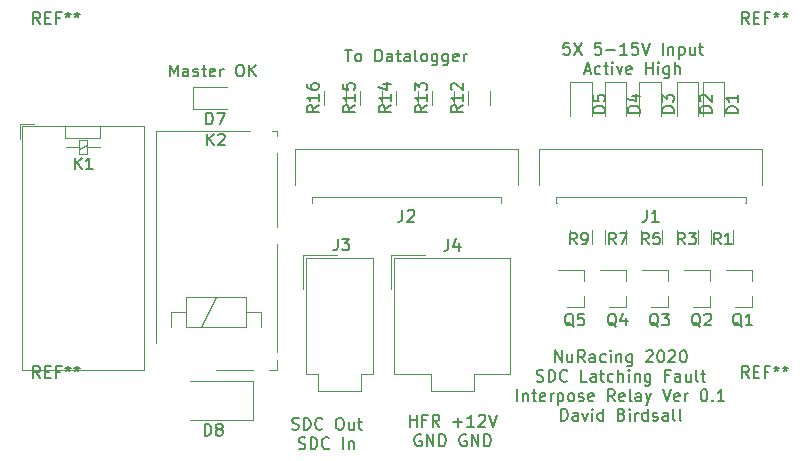
<source format=gbr>
G04 #@! TF.GenerationSoftware,KiCad,Pcbnew,(5.1.6)-1*
G04 #@! TF.CreationDate,2020-11-26T12:39:26+11:00*
G04 #@! TF.ProjectId,HardFault-Interpose-V0,48617264-4661-4756-9c74-2d496e746572,rev?*
G04 #@! TF.SameCoordinates,Original*
G04 #@! TF.FileFunction,Legend,Top*
G04 #@! TF.FilePolarity,Positive*
%FSLAX46Y46*%
G04 Gerber Fmt 4.6, Leading zero omitted, Abs format (unit mm)*
G04 Created by KiCad (PCBNEW (5.1.6)-1) date 2020-11-26 12:39:26*
%MOMM*%
%LPD*%
G01*
G04 APERTURE LIST*
%ADD10C,0.150000*%
%ADD11C,0.120000*%
G04 APERTURE END LIST*
D10*
X100330952Y-70064380D02*
X100330952Y-69064380D01*
X100664285Y-69778666D01*
X100997619Y-69064380D01*
X100997619Y-70064380D01*
X101902380Y-70064380D02*
X101902380Y-69540571D01*
X101854761Y-69445333D01*
X101759523Y-69397714D01*
X101569047Y-69397714D01*
X101473809Y-69445333D01*
X101902380Y-70016761D02*
X101807142Y-70064380D01*
X101569047Y-70064380D01*
X101473809Y-70016761D01*
X101426190Y-69921523D01*
X101426190Y-69826285D01*
X101473809Y-69731047D01*
X101569047Y-69683428D01*
X101807142Y-69683428D01*
X101902380Y-69635809D01*
X102330952Y-70016761D02*
X102426190Y-70064380D01*
X102616666Y-70064380D01*
X102711904Y-70016761D01*
X102759523Y-69921523D01*
X102759523Y-69873904D01*
X102711904Y-69778666D01*
X102616666Y-69731047D01*
X102473809Y-69731047D01*
X102378571Y-69683428D01*
X102330952Y-69588190D01*
X102330952Y-69540571D01*
X102378571Y-69445333D01*
X102473809Y-69397714D01*
X102616666Y-69397714D01*
X102711904Y-69445333D01*
X103045238Y-69397714D02*
X103426190Y-69397714D01*
X103188095Y-69064380D02*
X103188095Y-69921523D01*
X103235714Y-70016761D01*
X103330952Y-70064380D01*
X103426190Y-70064380D01*
X104140476Y-70016761D02*
X104045238Y-70064380D01*
X103854761Y-70064380D01*
X103759523Y-70016761D01*
X103711904Y-69921523D01*
X103711904Y-69540571D01*
X103759523Y-69445333D01*
X103854761Y-69397714D01*
X104045238Y-69397714D01*
X104140476Y-69445333D01*
X104188095Y-69540571D01*
X104188095Y-69635809D01*
X103711904Y-69731047D01*
X104616666Y-70064380D02*
X104616666Y-69397714D01*
X104616666Y-69588190D02*
X104664285Y-69492952D01*
X104711904Y-69445333D01*
X104807142Y-69397714D01*
X104902380Y-69397714D01*
X106188095Y-69064380D02*
X106378571Y-69064380D01*
X106473809Y-69112000D01*
X106569047Y-69207238D01*
X106616666Y-69397714D01*
X106616666Y-69731047D01*
X106569047Y-69921523D01*
X106473809Y-70016761D01*
X106378571Y-70064380D01*
X106188095Y-70064380D01*
X106092857Y-70016761D01*
X105997619Y-69921523D01*
X105950000Y-69731047D01*
X105950000Y-69397714D01*
X105997619Y-69207238D01*
X106092857Y-69112000D01*
X106188095Y-69064380D01*
X107045238Y-70064380D02*
X107045238Y-69064380D01*
X107616666Y-70064380D02*
X107188095Y-69492952D01*
X107616666Y-69064380D02*
X107045238Y-69635809D01*
X120674761Y-99719380D02*
X120674761Y-98719380D01*
X120674761Y-99195571D02*
X121246190Y-99195571D01*
X121246190Y-99719380D02*
X121246190Y-98719380D01*
X122055714Y-99195571D02*
X121722380Y-99195571D01*
X121722380Y-99719380D02*
X121722380Y-98719380D01*
X122198571Y-98719380D01*
X123150952Y-99719380D02*
X122817619Y-99243190D01*
X122579523Y-99719380D02*
X122579523Y-98719380D01*
X122960476Y-98719380D01*
X123055714Y-98767000D01*
X123103333Y-98814619D01*
X123150952Y-98909857D01*
X123150952Y-99052714D01*
X123103333Y-99147952D01*
X123055714Y-99195571D01*
X122960476Y-99243190D01*
X122579523Y-99243190D01*
X124341428Y-99338428D02*
X125103333Y-99338428D01*
X124722380Y-99719380D02*
X124722380Y-98957476D01*
X126103333Y-99719380D02*
X125531904Y-99719380D01*
X125817619Y-99719380D02*
X125817619Y-98719380D01*
X125722380Y-98862238D01*
X125627142Y-98957476D01*
X125531904Y-99005095D01*
X126484285Y-98814619D02*
X126531904Y-98767000D01*
X126627142Y-98719380D01*
X126865238Y-98719380D01*
X126960476Y-98767000D01*
X127008095Y-98814619D01*
X127055714Y-98909857D01*
X127055714Y-99005095D01*
X127008095Y-99147952D01*
X126436666Y-99719380D01*
X127055714Y-99719380D01*
X127341428Y-98719380D02*
X127674761Y-99719380D01*
X128008095Y-98719380D01*
X121603333Y-100417000D02*
X121508095Y-100369380D01*
X121365238Y-100369380D01*
X121222380Y-100417000D01*
X121127142Y-100512238D01*
X121079523Y-100607476D01*
X121031904Y-100797952D01*
X121031904Y-100940809D01*
X121079523Y-101131285D01*
X121127142Y-101226523D01*
X121222380Y-101321761D01*
X121365238Y-101369380D01*
X121460476Y-101369380D01*
X121603333Y-101321761D01*
X121650952Y-101274142D01*
X121650952Y-100940809D01*
X121460476Y-100940809D01*
X122079523Y-101369380D02*
X122079523Y-100369380D01*
X122650952Y-101369380D01*
X122650952Y-100369380D01*
X123127142Y-101369380D02*
X123127142Y-100369380D01*
X123365238Y-100369380D01*
X123508095Y-100417000D01*
X123603333Y-100512238D01*
X123650952Y-100607476D01*
X123698571Y-100797952D01*
X123698571Y-100940809D01*
X123650952Y-101131285D01*
X123603333Y-101226523D01*
X123508095Y-101321761D01*
X123365238Y-101369380D01*
X123127142Y-101369380D01*
X125412857Y-100417000D02*
X125317619Y-100369380D01*
X125174761Y-100369380D01*
X125031904Y-100417000D01*
X124936666Y-100512238D01*
X124889047Y-100607476D01*
X124841428Y-100797952D01*
X124841428Y-100940809D01*
X124889047Y-101131285D01*
X124936666Y-101226523D01*
X125031904Y-101321761D01*
X125174761Y-101369380D01*
X125270000Y-101369380D01*
X125412857Y-101321761D01*
X125460476Y-101274142D01*
X125460476Y-100940809D01*
X125270000Y-100940809D01*
X125889047Y-101369380D02*
X125889047Y-100369380D01*
X126460476Y-101369380D01*
X126460476Y-100369380D01*
X126936666Y-101369380D02*
X126936666Y-100369380D01*
X127174761Y-100369380D01*
X127317619Y-100417000D01*
X127412857Y-100512238D01*
X127460476Y-100607476D01*
X127508095Y-100797952D01*
X127508095Y-100940809D01*
X127460476Y-101131285D01*
X127412857Y-101226523D01*
X127317619Y-101321761D01*
X127174761Y-101369380D01*
X126936666Y-101369380D01*
X110673428Y-99925761D02*
X110816285Y-99973380D01*
X111054380Y-99973380D01*
X111149619Y-99925761D01*
X111197238Y-99878142D01*
X111244857Y-99782904D01*
X111244857Y-99687666D01*
X111197238Y-99592428D01*
X111149619Y-99544809D01*
X111054380Y-99497190D01*
X110863904Y-99449571D01*
X110768666Y-99401952D01*
X110721047Y-99354333D01*
X110673428Y-99259095D01*
X110673428Y-99163857D01*
X110721047Y-99068619D01*
X110768666Y-99021000D01*
X110863904Y-98973380D01*
X111102000Y-98973380D01*
X111244857Y-99021000D01*
X111673428Y-99973380D02*
X111673428Y-98973380D01*
X111911523Y-98973380D01*
X112054380Y-99021000D01*
X112149619Y-99116238D01*
X112197238Y-99211476D01*
X112244857Y-99401952D01*
X112244857Y-99544809D01*
X112197238Y-99735285D01*
X112149619Y-99830523D01*
X112054380Y-99925761D01*
X111911523Y-99973380D01*
X111673428Y-99973380D01*
X113244857Y-99878142D02*
X113197238Y-99925761D01*
X113054380Y-99973380D01*
X112959142Y-99973380D01*
X112816285Y-99925761D01*
X112721047Y-99830523D01*
X112673428Y-99735285D01*
X112625809Y-99544809D01*
X112625809Y-99401952D01*
X112673428Y-99211476D01*
X112721047Y-99116238D01*
X112816285Y-99021000D01*
X112959142Y-98973380D01*
X113054380Y-98973380D01*
X113197238Y-99021000D01*
X113244857Y-99068619D01*
X114625809Y-98973380D02*
X114816285Y-98973380D01*
X114911523Y-99021000D01*
X115006761Y-99116238D01*
X115054380Y-99306714D01*
X115054380Y-99640047D01*
X115006761Y-99830523D01*
X114911523Y-99925761D01*
X114816285Y-99973380D01*
X114625809Y-99973380D01*
X114530571Y-99925761D01*
X114435333Y-99830523D01*
X114387714Y-99640047D01*
X114387714Y-99306714D01*
X114435333Y-99116238D01*
X114530571Y-99021000D01*
X114625809Y-98973380D01*
X115911523Y-99306714D02*
X115911523Y-99973380D01*
X115482952Y-99306714D02*
X115482952Y-99830523D01*
X115530571Y-99925761D01*
X115625809Y-99973380D01*
X115768666Y-99973380D01*
X115863904Y-99925761D01*
X115911523Y-99878142D01*
X116244857Y-99306714D02*
X116625809Y-99306714D01*
X116387714Y-98973380D02*
X116387714Y-99830523D01*
X116435333Y-99925761D01*
X116530571Y-99973380D01*
X116625809Y-99973380D01*
X111244857Y-101575761D02*
X111387714Y-101623380D01*
X111625809Y-101623380D01*
X111721047Y-101575761D01*
X111768666Y-101528142D01*
X111816285Y-101432904D01*
X111816285Y-101337666D01*
X111768666Y-101242428D01*
X111721047Y-101194809D01*
X111625809Y-101147190D01*
X111435333Y-101099571D01*
X111340095Y-101051952D01*
X111292476Y-101004333D01*
X111244857Y-100909095D01*
X111244857Y-100813857D01*
X111292476Y-100718619D01*
X111340095Y-100671000D01*
X111435333Y-100623380D01*
X111673428Y-100623380D01*
X111816285Y-100671000D01*
X112244857Y-101623380D02*
X112244857Y-100623380D01*
X112482952Y-100623380D01*
X112625809Y-100671000D01*
X112721047Y-100766238D01*
X112768666Y-100861476D01*
X112816285Y-101051952D01*
X112816285Y-101194809D01*
X112768666Y-101385285D01*
X112721047Y-101480523D01*
X112625809Y-101575761D01*
X112482952Y-101623380D01*
X112244857Y-101623380D01*
X113816285Y-101528142D02*
X113768666Y-101575761D01*
X113625809Y-101623380D01*
X113530571Y-101623380D01*
X113387714Y-101575761D01*
X113292476Y-101480523D01*
X113244857Y-101385285D01*
X113197238Y-101194809D01*
X113197238Y-101051952D01*
X113244857Y-100861476D01*
X113292476Y-100766238D01*
X113387714Y-100671000D01*
X113530571Y-100623380D01*
X113625809Y-100623380D01*
X113768666Y-100671000D01*
X113816285Y-100718619D01*
X115006761Y-101623380D02*
X115006761Y-100623380D01*
X115482952Y-100956714D02*
X115482952Y-101623380D01*
X115482952Y-101051952D02*
X115530571Y-101004333D01*
X115625809Y-100956714D01*
X115768666Y-100956714D01*
X115863904Y-101004333D01*
X115911523Y-101099571D01*
X115911523Y-101623380D01*
X134152857Y-67223380D02*
X133676666Y-67223380D01*
X133629047Y-67699571D01*
X133676666Y-67651952D01*
X133771904Y-67604333D01*
X134010000Y-67604333D01*
X134105238Y-67651952D01*
X134152857Y-67699571D01*
X134200476Y-67794809D01*
X134200476Y-68032904D01*
X134152857Y-68128142D01*
X134105238Y-68175761D01*
X134010000Y-68223380D01*
X133771904Y-68223380D01*
X133676666Y-68175761D01*
X133629047Y-68128142D01*
X134533809Y-67223380D02*
X135200476Y-68223380D01*
X135200476Y-67223380D02*
X134533809Y-68223380D01*
X136819523Y-67223380D02*
X136343333Y-67223380D01*
X136295714Y-67699571D01*
X136343333Y-67651952D01*
X136438571Y-67604333D01*
X136676666Y-67604333D01*
X136771904Y-67651952D01*
X136819523Y-67699571D01*
X136867142Y-67794809D01*
X136867142Y-68032904D01*
X136819523Y-68128142D01*
X136771904Y-68175761D01*
X136676666Y-68223380D01*
X136438571Y-68223380D01*
X136343333Y-68175761D01*
X136295714Y-68128142D01*
X137295714Y-67842428D02*
X138057619Y-67842428D01*
X139057619Y-68223380D02*
X138486190Y-68223380D01*
X138771904Y-68223380D02*
X138771904Y-67223380D01*
X138676666Y-67366238D01*
X138581428Y-67461476D01*
X138486190Y-67509095D01*
X139962380Y-67223380D02*
X139486190Y-67223380D01*
X139438571Y-67699571D01*
X139486190Y-67651952D01*
X139581428Y-67604333D01*
X139819523Y-67604333D01*
X139914761Y-67651952D01*
X139962380Y-67699571D01*
X140010000Y-67794809D01*
X140010000Y-68032904D01*
X139962380Y-68128142D01*
X139914761Y-68175761D01*
X139819523Y-68223380D01*
X139581428Y-68223380D01*
X139486190Y-68175761D01*
X139438571Y-68128142D01*
X140295714Y-67223380D02*
X140629047Y-68223380D01*
X140962380Y-67223380D01*
X142057619Y-68223380D02*
X142057619Y-67223380D01*
X142533809Y-67556714D02*
X142533809Y-68223380D01*
X142533809Y-67651952D02*
X142581428Y-67604333D01*
X142676666Y-67556714D01*
X142819523Y-67556714D01*
X142914761Y-67604333D01*
X142962380Y-67699571D01*
X142962380Y-68223380D01*
X143438571Y-67556714D02*
X143438571Y-68556714D01*
X143438571Y-67604333D02*
X143533809Y-67556714D01*
X143724285Y-67556714D01*
X143819523Y-67604333D01*
X143867142Y-67651952D01*
X143914761Y-67747190D01*
X143914761Y-68032904D01*
X143867142Y-68128142D01*
X143819523Y-68175761D01*
X143724285Y-68223380D01*
X143533809Y-68223380D01*
X143438571Y-68175761D01*
X144771904Y-67556714D02*
X144771904Y-68223380D01*
X144343333Y-67556714D02*
X144343333Y-68080523D01*
X144390952Y-68175761D01*
X144486190Y-68223380D01*
X144629047Y-68223380D01*
X144724285Y-68175761D01*
X144771904Y-68128142D01*
X145105238Y-67556714D02*
X145486190Y-67556714D01*
X145248095Y-67223380D02*
X145248095Y-68080523D01*
X145295714Y-68175761D01*
X145390952Y-68223380D01*
X145486190Y-68223380D01*
X135462380Y-69587666D02*
X135938571Y-69587666D01*
X135367142Y-69873380D02*
X135700476Y-68873380D01*
X136033809Y-69873380D01*
X136795714Y-69825761D02*
X136700476Y-69873380D01*
X136510000Y-69873380D01*
X136414761Y-69825761D01*
X136367142Y-69778142D01*
X136319523Y-69682904D01*
X136319523Y-69397190D01*
X136367142Y-69301952D01*
X136414761Y-69254333D01*
X136510000Y-69206714D01*
X136700476Y-69206714D01*
X136795714Y-69254333D01*
X137081428Y-69206714D02*
X137462380Y-69206714D01*
X137224285Y-68873380D02*
X137224285Y-69730523D01*
X137271904Y-69825761D01*
X137367142Y-69873380D01*
X137462380Y-69873380D01*
X137795714Y-69873380D02*
X137795714Y-69206714D01*
X137795714Y-68873380D02*
X137748095Y-68921000D01*
X137795714Y-68968619D01*
X137843333Y-68921000D01*
X137795714Y-68873380D01*
X137795714Y-68968619D01*
X138176666Y-69206714D02*
X138414761Y-69873380D01*
X138652857Y-69206714D01*
X139414761Y-69825761D02*
X139319523Y-69873380D01*
X139129047Y-69873380D01*
X139033809Y-69825761D01*
X138986190Y-69730523D01*
X138986190Y-69349571D01*
X139033809Y-69254333D01*
X139129047Y-69206714D01*
X139319523Y-69206714D01*
X139414761Y-69254333D01*
X139462380Y-69349571D01*
X139462380Y-69444809D01*
X138986190Y-69540047D01*
X140652857Y-69873380D02*
X140652857Y-68873380D01*
X140652857Y-69349571D02*
X141224285Y-69349571D01*
X141224285Y-69873380D02*
X141224285Y-68873380D01*
X141700476Y-69873380D02*
X141700476Y-69206714D01*
X141700476Y-68873380D02*
X141652857Y-68921000D01*
X141700476Y-68968619D01*
X141748095Y-68921000D01*
X141700476Y-68873380D01*
X141700476Y-68968619D01*
X142605238Y-69206714D02*
X142605238Y-70016238D01*
X142557619Y-70111476D01*
X142510000Y-70159095D01*
X142414761Y-70206714D01*
X142271904Y-70206714D01*
X142176666Y-70159095D01*
X142605238Y-69825761D02*
X142510000Y-69873380D01*
X142319523Y-69873380D01*
X142224285Y-69825761D01*
X142176666Y-69778142D01*
X142129047Y-69682904D01*
X142129047Y-69397190D01*
X142176666Y-69301952D01*
X142224285Y-69254333D01*
X142319523Y-69206714D01*
X142510000Y-69206714D01*
X142605238Y-69254333D01*
X143081428Y-69873380D02*
X143081428Y-68873380D01*
X143510000Y-69873380D02*
X143510000Y-69349571D01*
X143462380Y-69254333D01*
X143367142Y-69206714D01*
X143224285Y-69206714D01*
X143129047Y-69254333D01*
X143081428Y-69301952D01*
X115166380Y-67794380D02*
X115737809Y-67794380D01*
X115452095Y-68794380D02*
X115452095Y-67794380D01*
X116214000Y-68794380D02*
X116118761Y-68746761D01*
X116071142Y-68699142D01*
X116023523Y-68603904D01*
X116023523Y-68318190D01*
X116071142Y-68222952D01*
X116118761Y-68175333D01*
X116214000Y-68127714D01*
X116356857Y-68127714D01*
X116452095Y-68175333D01*
X116499714Y-68222952D01*
X116547333Y-68318190D01*
X116547333Y-68603904D01*
X116499714Y-68699142D01*
X116452095Y-68746761D01*
X116356857Y-68794380D01*
X116214000Y-68794380D01*
X117737809Y-68794380D02*
X117737809Y-67794380D01*
X117975904Y-67794380D01*
X118118761Y-67842000D01*
X118214000Y-67937238D01*
X118261619Y-68032476D01*
X118309238Y-68222952D01*
X118309238Y-68365809D01*
X118261619Y-68556285D01*
X118214000Y-68651523D01*
X118118761Y-68746761D01*
X117975904Y-68794380D01*
X117737809Y-68794380D01*
X119166380Y-68794380D02*
X119166380Y-68270571D01*
X119118761Y-68175333D01*
X119023523Y-68127714D01*
X118833047Y-68127714D01*
X118737809Y-68175333D01*
X119166380Y-68746761D02*
X119071142Y-68794380D01*
X118833047Y-68794380D01*
X118737809Y-68746761D01*
X118690190Y-68651523D01*
X118690190Y-68556285D01*
X118737809Y-68461047D01*
X118833047Y-68413428D01*
X119071142Y-68413428D01*
X119166380Y-68365809D01*
X119499714Y-68127714D02*
X119880666Y-68127714D01*
X119642571Y-67794380D02*
X119642571Y-68651523D01*
X119690190Y-68746761D01*
X119785428Y-68794380D01*
X119880666Y-68794380D01*
X120642571Y-68794380D02*
X120642571Y-68270571D01*
X120594952Y-68175333D01*
X120499714Y-68127714D01*
X120309238Y-68127714D01*
X120214000Y-68175333D01*
X120642571Y-68746761D02*
X120547333Y-68794380D01*
X120309238Y-68794380D01*
X120214000Y-68746761D01*
X120166380Y-68651523D01*
X120166380Y-68556285D01*
X120214000Y-68461047D01*
X120309238Y-68413428D01*
X120547333Y-68413428D01*
X120642571Y-68365809D01*
X121261619Y-68794380D02*
X121166380Y-68746761D01*
X121118761Y-68651523D01*
X121118761Y-67794380D01*
X121785428Y-68794380D02*
X121690190Y-68746761D01*
X121642571Y-68699142D01*
X121594952Y-68603904D01*
X121594952Y-68318190D01*
X121642571Y-68222952D01*
X121690190Y-68175333D01*
X121785428Y-68127714D01*
X121928285Y-68127714D01*
X122023523Y-68175333D01*
X122071142Y-68222952D01*
X122118761Y-68318190D01*
X122118761Y-68603904D01*
X122071142Y-68699142D01*
X122023523Y-68746761D01*
X121928285Y-68794380D01*
X121785428Y-68794380D01*
X122975904Y-68127714D02*
X122975904Y-68937238D01*
X122928285Y-69032476D01*
X122880666Y-69080095D01*
X122785428Y-69127714D01*
X122642571Y-69127714D01*
X122547333Y-69080095D01*
X122975904Y-68746761D02*
X122880666Y-68794380D01*
X122690190Y-68794380D01*
X122594952Y-68746761D01*
X122547333Y-68699142D01*
X122499714Y-68603904D01*
X122499714Y-68318190D01*
X122547333Y-68222952D01*
X122594952Y-68175333D01*
X122690190Y-68127714D01*
X122880666Y-68127714D01*
X122975904Y-68175333D01*
X123880666Y-68127714D02*
X123880666Y-68937238D01*
X123833047Y-69032476D01*
X123785428Y-69080095D01*
X123690190Y-69127714D01*
X123547333Y-69127714D01*
X123452095Y-69080095D01*
X123880666Y-68746761D02*
X123785428Y-68794380D01*
X123594952Y-68794380D01*
X123499714Y-68746761D01*
X123452095Y-68699142D01*
X123404476Y-68603904D01*
X123404476Y-68318190D01*
X123452095Y-68222952D01*
X123499714Y-68175333D01*
X123594952Y-68127714D01*
X123785428Y-68127714D01*
X123880666Y-68175333D01*
X124737809Y-68746761D02*
X124642571Y-68794380D01*
X124452095Y-68794380D01*
X124356857Y-68746761D01*
X124309238Y-68651523D01*
X124309238Y-68270571D01*
X124356857Y-68175333D01*
X124452095Y-68127714D01*
X124642571Y-68127714D01*
X124737809Y-68175333D01*
X124785428Y-68270571D01*
X124785428Y-68365809D01*
X124309238Y-68461047D01*
X125214000Y-68794380D02*
X125214000Y-68127714D01*
X125214000Y-68318190D02*
X125261619Y-68222952D01*
X125309238Y-68175333D01*
X125404476Y-68127714D01*
X125499714Y-68127714D01*
X132946380Y-94259380D02*
X132946380Y-93259380D01*
X133517809Y-94259380D01*
X133517809Y-93259380D01*
X134422571Y-93592714D02*
X134422571Y-94259380D01*
X133994000Y-93592714D02*
X133994000Y-94116523D01*
X134041619Y-94211761D01*
X134136857Y-94259380D01*
X134279714Y-94259380D01*
X134374952Y-94211761D01*
X134422571Y-94164142D01*
X135470190Y-94259380D02*
X135136857Y-93783190D01*
X134898761Y-94259380D02*
X134898761Y-93259380D01*
X135279714Y-93259380D01*
X135374952Y-93307000D01*
X135422571Y-93354619D01*
X135470190Y-93449857D01*
X135470190Y-93592714D01*
X135422571Y-93687952D01*
X135374952Y-93735571D01*
X135279714Y-93783190D01*
X134898761Y-93783190D01*
X136327333Y-94259380D02*
X136327333Y-93735571D01*
X136279714Y-93640333D01*
X136184476Y-93592714D01*
X135994000Y-93592714D01*
X135898761Y-93640333D01*
X136327333Y-94211761D02*
X136232095Y-94259380D01*
X135994000Y-94259380D01*
X135898761Y-94211761D01*
X135851142Y-94116523D01*
X135851142Y-94021285D01*
X135898761Y-93926047D01*
X135994000Y-93878428D01*
X136232095Y-93878428D01*
X136327333Y-93830809D01*
X137232095Y-94211761D02*
X137136857Y-94259380D01*
X136946380Y-94259380D01*
X136851142Y-94211761D01*
X136803523Y-94164142D01*
X136755904Y-94068904D01*
X136755904Y-93783190D01*
X136803523Y-93687952D01*
X136851142Y-93640333D01*
X136946380Y-93592714D01*
X137136857Y-93592714D01*
X137232095Y-93640333D01*
X137660666Y-94259380D02*
X137660666Y-93592714D01*
X137660666Y-93259380D02*
X137613047Y-93307000D01*
X137660666Y-93354619D01*
X137708285Y-93307000D01*
X137660666Y-93259380D01*
X137660666Y-93354619D01*
X138136857Y-93592714D02*
X138136857Y-94259380D01*
X138136857Y-93687952D02*
X138184476Y-93640333D01*
X138279714Y-93592714D01*
X138422571Y-93592714D01*
X138517809Y-93640333D01*
X138565428Y-93735571D01*
X138565428Y-94259380D01*
X139470190Y-93592714D02*
X139470190Y-94402238D01*
X139422571Y-94497476D01*
X139374952Y-94545095D01*
X139279714Y-94592714D01*
X139136857Y-94592714D01*
X139041619Y-94545095D01*
X139470190Y-94211761D02*
X139374952Y-94259380D01*
X139184476Y-94259380D01*
X139089238Y-94211761D01*
X139041619Y-94164142D01*
X138994000Y-94068904D01*
X138994000Y-93783190D01*
X139041619Y-93687952D01*
X139089238Y-93640333D01*
X139184476Y-93592714D01*
X139374952Y-93592714D01*
X139470190Y-93640333D01*
X140660666Y-93354619D02*
X140708285Y-93307000D01*
X140803523Y-93259380D01*
X141041619Y-93259380D01*
X141136857Y-93307000D01*
X141184476Y-93354619D01*
X141232095Y-93449857D01*
X141232095Y-93545095D01*
X141184476Y-93687952D01*
X140613047Y-94259380D01*
X141232095Y-94259380D01*
X141851142Y-93259380D02*
X141946380Y-93259380D01*
X142041619Y-93307000D01*
X142089238Y-93354619D01*
X142136857Y-93449857D01*
X142184476Y-93640333D01*
X142184476Y-93878428D01*
X142136857Y-94068904D01*
X142089238Y-94164142D01*
X142041619Y-94211761D01*
X141946380Y-94259380D01*
X141851142Y-94259380D01*
X141755904Y-94211761D01*
X141708285Y-94164142D01*
X141660666Y-94068904D01*
X141613047Y-93878428D01*
X141613047Y-93640333D01*
X141660666Y-93449857D01*
X141708285Y-93354619D01*
X141755904Y-93307000D01*
X141851142Y-93259380D01*
X142565428Y-93354619D02*
X142613047Y-93307000D01*
X142708285Y-93259380D01*
X142946380Y-93259380D01*
X143041619Y-93307000D01*
X143089238Y-93354619D01*
X143136857Y-93449857D01*
X143136857Y-93545095D01*
X143089238Y-93687952D01*
X142517809Y-94259380D01*
X143136857Y-94259380D01*
X143755904Y-93259380D02*
X143851142Y-93259380D01*
X143946380Y-93307000D01*
X143994000Y-93354619D01*
X144041619Y-93449857D01*
X144089238Y-93640333D01*
X144089238Y-93878428D01*
X144041619Y-94068904D01*
X143994000Y-94164142D01*
X143946380Y-94211761D01*
X143851142Y-94259380D01*
X143755904Y-94259380D01*
X143660666Y-94211761D01*
X143613047Y-94164142D01*
X143565428Y-94068904D01*
X143517809Y-93878428D01*
X143517809Y-93640333D01*
X143565428Y-93449857D01*
X143613047Y-93354619D01*
X143660666Y-93307000D01*
X143755904Y-93259380D01*
X131398761Y-95861761D02*
X131541619Y-95909380D01*
X131779714Y-95909380D01*
X131874952Y-95861761D01*
X131922571Y-95814142D01*
X131970190Y-95718904D01*
X131970190Y-95623666D01*
X131922571Y-95528428D01*
X131874952Y-95480809D01*
X131779714Y-95433190D01*
X131589238Y-95385571D01*
X131494000Y-95337952D01*
X131446380Y-95290333D01*
X131398761Y-95195095D01*
X131398761Y-95099857D01*
X131446380Y-95004619D01*
X131494000Y-94957000D01*
X131589238Y-94909380D01*
X131827333Y-94909380D01*
X131970190Y-94957000D01*
X132398761Y-95909380D02*
X132398761Y-94909380D01*
X132636857Y-94909380D01*
X132779714Y-94957000D01*
X132874952Y-95052238D01*
X132922571Y-95147476D01*
X132970190Y-95337952D01*
X132970190Y-95480809D01*
X132922571Y-95671285D01*
X132874952Y-95766523D01*
X132779714Y-95861761D01*
X132636857Y-95909380D01*
X132398761Y-95909380D01*
X133970190Y-95814142D02*
X133922571Y-95861761D01*
X133779714Y-95909380D01*
X133684476Y-95909380D01*
X133541619Y-95861761D01*
X133446380Y-95766523D01*
X133398761Y-95671285D01*
X133351142Y-95480809D01*
X133351142Y-95337952D01*
X133398761Y-95147476D01*
X133446380Y-95052238D01*
X133541619Y-94957000D01*
X133684476Y-94909380D01*
X133779714Y-94909380D01*
X133922571Y-94957000D01*
X133970190Y-95004619D01*
X135636857Y-95909380D02*
X135160666Y-95909380D01*
X135160666Y-94909380D01*
X136398761Y-95909380D02*
X136398761Y-95385571D01*
X136351142Y-95290333D01*
X136255904Y-95242714D01*
X136065428Y-95242714D01*
X135970190Y-95290333D01*
X136398761Y-95861761D02*
X136303523Y-95909380D01*
X136065428Y-95909380D01*
X135970190Y-95861761D01*
X135922571Y-95766523D01*
X135922571Y-95671285D01*
X135970190Y-95576047D01*
X136065428Y-95528428D01*
X136303523Y-95528428D01*
X136398761Y-95480809D01*
X136732095Y-95242714D02*
X137113047Y-95242714D01*
X136874952Y-94909380D02*
X136874952Y-95766523D01*
X136922571Y-95861761D01*
X137017809Y-95909380D01*
X137113047Y-95909380D01*
X137874952Y-95861761D02*
X137779714Y-95909380D01*
X137589238Y-95909380D01*
X137494000Y-95861761D01*
X137446380Y-95814142D01*
X137398761Y-95718904D01*
X137398761Y-95433190D01*
X137446380Y-95337952D01*
X137494000Y-95290333D01*
X137589238Y-95242714D01*
X137779714Y-95242714D01*
X137874952Y-95290333D01*
X138303523Y-95909380D02*
X138303523Y-94909380D01*
X138732095Y-95909380D02*
X138732095Y-95385571D01*
X138684476Y-95290333D01*
X138589238Y-95242714D01*
X138446380Y-95242714D01*
X138351142Y-95290333D01*
X138303523Y-95337952D01*
X139208285Y-95909380D02*
X139208285Y-95242714D01*
X139208285Y-94909380D02*
X139160666Y-94957000D01*
X139208285Y-95004619D01*
X139255904Y-94957000D01*
X139208285Y-94909380D01*
X139208285Y-95004619D01*
X139684476Y-95242714D02*
X139684476Y-95909380D01*
X139684476Y-95337952D02*
X139732095Y-95290333D01*
X139827333Y-95242714D01*
X139970190Y-95242714D01*
X140065428Y-95290333D01*
X140113047Y-95385571D01*
X140113047Y-95909380D01*
X141017809Y-95242714D02*
X141017809Y-96052238D01*
X140970190Y-96147476D01*
X140922571Y-96195095D01*
X140827333Y-96242714D01*
X140684476Y-96242714D01*
X140589238Y-96195095D01*
X141017809Y-95861761D02*
X140922571Y-95909380D01*
X140732095Y-95909380D01*
X140636857Y-95861761D01*
X140589238Y-95814142D01*
X140541619Y-95718904D01*
X140541619Y-95433190D01*
X140589238Y-95337952D01*
X140636857Y-95290333D01*
X140732095Y-95242714D01*
X140922571Y-95242714D01*
X141017809Y-95290333D01*
X142589238Y-95385571D02*
X142255904Y-95385571D01*
X142255904Y-95909380D02*
X142255904Y-94909380D01*
X142732095Y-94909380D01*
X143541619Y-95909380D02*
X143541619Y-95385571D01*
X143494000Y-95290333D01*
X143398761Y-95242714D01*
X143208285Y-95242714D01*
X143113047Y-95290333D01*
X143541619Y-95861761D02*
X143446380Y-95909380D01*
X143208285Y-95909380D01*
X143113047Y-95861761D01*
X143065428Y-95766523D01*
X143065428Y-95671285D01*
X143113047Y-95576047D01*
X143208285Y-95528428D01*
X143446380Y-95528428D01*
X143541619Y-95480809D01*
X144446380Y-95242714D02*
X144446380Y-95909380D01*
X144017809Y-95242714D02*
X144017809Y-95766523D01*
X144065428Y-95861761D01*
X144160666Y-95909380D01*
X144303523Y-95909380D01*
X144398761Y-95861761D01*
X144446380Y-95814142D01*
X145065428Y-95909380D02*
X144970190Y-95861761D01*
X144922571Y-95766523D01*
X144922571Y-94909380D01*
X145303523Y-95242714D02*
X145684476Y-95242714D01*
X145446380Y-94909380D02*
X145446380Y-95766523D01*
X145494000Y-95861761D01*
X145589238Y-95909380D01*
X145684476Y-95909380D01*
X129755904Y-97559380D02*
X129755904Y-96559380D01*
X130232095Y-96892714D02*
X130232095Y-97559380D01*
X130232095Y-96987952D02*
X130279714Y-96940333D01*
X130374952Y-96892714D01*
X130517809Y-96892714D01*
X130613047Y-96940333D01*
X130660666Y-97035571D01*
X130660666Y-97559380D01*
X130994000Y-96892714D02*
X131374952Y-96892714D01*
X131136857Y-96559380D02*
X131136857Y-97416523D01*
X131184476Y-97511761D01*
X131279714Y-97559380D01*
X131374952Y-97559380D01*
X132089238Y-97511761D02*
X131994000Y-97559380D01*
X131803523Y-97559380D01*
X131708285Y-97511761D01*
X131660666Y-97416523D01*
X131660666Y-97035571D01*
X131708285Y-96940333D01*
X131803523Y-96892714D01*
X131994000Y-96892714D01*
X132089238Y-96940333D01*
X132136857Y-97035571D01*
X132136857Y-97130809D01*
X131660666Y-97226047D01*
X132565428Y-97559380D02*
X132565428Y-96892714D01*
X132565428Y-97083190D02*
X132613047Y-96987952D01*
X132660666Y-96940333D01*
X132755904Y-96892714D01*
X132851142Y-96892714D01*
X133184476Y-96892714D02*
X133184476Y-97892714D01*
X133184476Y-96940333D02*
X133279714Y-96892714D01*
X133470190Y-96892714D01*
X133565428Y-96940333D01*
X133613047Y-96987952D01*
X133660666Y-97083190D01*
X133660666Y-97368904D01*
X133613047Y-97464142D01*
X133565428Y-97511761D01*
X133470190Y-97559380D01*
X133279714Y-97559380D01*
X133184476Y-97511761D01*
X134232095Y-97559380D02*
X134136857Y-97511761D01*
X134089238Y-97464142D01*
X134041619Y-97368904D01*
X134041619Y-97083190D01*
X134089238Y-96987952D01*
X134136857Y-96940333D01*
X134232095Y-96892714D01*
X134374952Y-96892714D01*
X134470190Y-96940333D01*
X134517809Y-96987952D01*
X134565428Y-97083190D01*
X134565428Y-97368904D01*
X134517809Y-97464142D01*
X134470190Y-97511761D01*
X134374952Y-97559380D01*
X134232095Y-97559380D01*
X134946380Y-97511761D02*
X135041619Y-97559380D01*
X135232095Y-97559380D01*
X135327333Y-97511761D01*
X135374952Y-97416523D01*
X135374952Y-97368904D01*
X135327333Y-97273666D01*
X135232095Y-97226047D01*
X135089238Y-97226047D01*
X134994000Y-97178428D01*
X134946380Y-97083190D01*
X134946380Y-97035571D01*
X134994000Y-96940333D01*
X135089238Y-96892714D01*
X135232095Y-96892714D01*
X135327333Y-96940333D01*
X136184476Y-97511761D02*
X136089238Y-97559380D01*
X135898761Y-97559380D01*
X135803523Y-97511761D01*
X135755904Y-97416523D01*
X135755904Y-97035571D01*
X135803523Y-96940333D01*
X135898761Y-96892714D01*
X136089238Y-96892714D01*
X136184476Y-96940333D01*
X136232095Y-97035571D01*
X136232095Y-97130809D01*
X135755904Y-97226047D01*
X137994000Y-97559380D02*
X137660666Y-97083190D01*
X137422571Y-97559380D02*
X137422571Y-96559380D01*
X137803523Y-96559380D01*
X137898761Y-96607000D01*
X137946380Y-96654619D01*
X137994000Y-96749857D01*
X137994000Y-96892714D01*
X137946380Y-96987952D01*
X137898761Y-97035571D01*
X137803523Y-97083190D01*
X137422571Y-97083190D01*
X138803523Y-97511761D02*
X138708285Y-97559380D01*
X138517809Y-97559380D01*
X138422571Y-97511761D01*
X138374952Y-97416523D01*
X138374952Y-97035571D01*
X138422571Y-96940333D01*
X138517809Y-96892714D01*
X138708285Y-96892714D01*
X138803523Y-96940333D01*
X138851142Y-97035571D01*
X138851142Y-97130809D01*
X138374952Y-97226047D01*
X139422571Y-97559380D02*
X139327333Y-97511761D01*
X139279714Y-97416523D01*
X139279714Y-96559380D01*
X140232095Y-97559380D02*
X140232095Y-97035571D01*
X140184476Y-96940333D01*
X140089238Y-96892714D01*
X139898761Y-96892714D01*
X139803523Y-96940333D01*
X140232095Y-97511761D02*
X140136857Y-97559380D01*
X139898761Y-97559380D01*
X139803523Y-97511761D01*
X139755904Y-97416523D01*
X139755904Y-97321285D01*
X139803523Y-97226047D01*
X139898761Y-97178428D01*
X140136857Y-97178428D01*
X140232095Y-97130809D01*
X140613047Y-96892714D02*
X140851142Y-97559380D01*
X141089238Y-96892714D02*
X140851142Y-97559380D01*
X140755904Y-97797476D01*
X140708285Y-97845095D01*
X140613047Y-97892714D01*
X142089238Y-96559380D02*
X142422571Y-97559380D01*
X142755904Y-96559380D01*
X143470190Y-97511761D02*
X143374952Y-97559380D01*
X143184476Y-97559380D01*
X143089238Y-97511761D01*
X143041619Y-97416523D01*
X143041619Y-97035571D01*
X143089238Y-96940333D01*
X143184476Y-96892714D01*
X143374952Y-96892714D01*
X143470190Y-96940333D01*
X143517809Y-97035571D01*
X143517809Y-97130809D01*
X143041619Y-97226047D01*
X143946380Y-97559380D02*
X143946380Y-96892714D01*
X143946380Y-97083190D02*
X143994000Y-96987952D01*
X144041619Y-96940333D01*
X144136857Y-96892714D01*
X144232095Y-96892714D01*
X145517809Y-96559380D02*
X145613047Y-96559380D01*
X145708285Y-96607000D01*
X145755904Y-96654619D01*
X145803523Y-96749857D01*
X145851142Y-96940333D01*
X145851142Y-97178428D01*
X145803523Y-97368904D01*
X145755904Y-97464142D01*
X145708285Y-97511761D01*
X145613047Y-97559380D01*
X145517809Y-97559380D01*
X145422571Y-97511761D01*
X145374952Y-97464142D01*
X145327333Y-97368904D01*
X145279714Y-97178428D01*
X145279714Y-96940333D01*
X145327333Y-96749857D01*
X145374952Y-96654619D01*
X145422571Y-96607000D01*
X145517809Y-96559380D01*
X146279714Y-97464142D02*
X146327333Y-97511761D01*
X146279714Y-97559380D01*
X146232095Y-97511761D01*
X146279714Y-97464142D01*
X146279714Y-97559380D01*
X147279714Y-97559380D02*
X146708285Y-97559380D01*
X146994000Y-97559380D02*
X146994000Y-96559380D01*
X146898761Y-96702238D01*
X146803523Y-96797476D01*
X146708285Y-96845095D01*
X133446380Y-99209380D02*
X133446380Y-98209380D01*
X133684476Y-98209380D01*
X133827333Y-98257000D01*
X133922571Y-98352238D01*
X133970190Y-98447476D01*
X134017809Y-98637952D01*
X134017809Y-98780809D01*
X133970190Y-98971285D01*
X133922571Y-99066523D01*
X133827333Y-99161761D01*
X133684476Y-99209380D01*
X133446380Y-99209380D01*
X134874952Y-99209380D02*
X134874952Y-98685571D01*
X134827333Y-98590333D01*
X134732095Y-98542714D01*
X134541619Y-98542714D01*
X134446380Y-98590333D01*
X134874952Y-99161761D02*
X134779714Y-99209380D01*
X134541619Y-99209380D01*
X134446380Y-99161761D01*
X134398761Y-99066523D01*
X134398761Y-98971285D01*
X134446380Y-98876047D01*
X134541619Y-98828428D01*
X134779714Y-98828428D01*
X134874952Y-98780809D01*
X135255904Y-98542714D02*
X135494000Y-99209380D01*
X135732095Y-98542714D01*
X136113047Y-99209380D02*
X136113047Y-98542714D01*
X136113047Y-98209380D02*
X136065428Y-98257000D01*
X136113047Y-98304619D01*
X136160666Y-98257000D01*
X136113047Y-98209380D01*
X136113047Y-98304619D01*
X137017809Y-99209380D02*
X137017809Y-98209380D01*
X137017809Y-99161761D02*
X136922571Y-99209380D01*
X136732095Y-99209380D01*
X136636857Y-99161761D01*
X136589238Y-99114142D01*
X136541619Y-99018904D01*
X136541619Y-98733190D01*
X136589238Y-98637952D01*
X136636857Y-98590333D01*
X136732095Y-98542714D01*
X136922571Y-98542714D01*
X137017809Y-98590333D01*
X138589238Y-98685571D02*
X138732095Y-98733190D01*
X138779714Y-98780809D01*
X138827333Y-98876047D01*
X138827333Y-99018904D01*
X138779714Y-99114142D01*
X138732095Y-99161761D01*
X138636857Y-99209380D01*
X138255904Y-99209380D01*
X138255904Y-98209380D01*
X138589238Y-98209380D01*
X138684476Y-98257000D01*
X138732095Y-98304619D01*
X138779714Y-98399857D01*
X138779714Y-98495095D01*
X138732095Y-98590333D01*
X138684476Y-98637952D01*
X138589238Y-98685571D01*
X138255904Y-98685571D01*
X139255904Y-99209380D02*
X139255904Y-98542714D01*
X139255904Y-98209380D02*
X139208285Y-98257000D01*
X139255904Y-98304619D01*
X139303523Y-98257000D01*
X139255904Y-98209380D01*
X139255904Y-98304619D01*
X139732095Y-99209380D02*
X139732095Y-98542714D01*
X139732095Y-98733190D02*
X139779714Y-98637952D01*
X139827333Y-98590333D01*
X139922571Y-98542714D01*
X140017809Y-98542714D01*
X140779714Y-99209380D02*
X140779714Y-98209380D01*
X140779714Y-99161761D02*
X140684476Y-99209380D01*
X140494000Y-99209380D01*
X140398761Y-99161761D01*
X140351142Y-99114142D01*
X140303523Y-99018904D01*
X140303523Y-98733190D01*
X140351142Y-98637952D01*
X140398761Y-98590333D01*
X140494000Y-98542714D01*
X140684476Y-98542714D01*
X140779714Y-98590333D01*
X141208285Y-99161761D02*
X141303523Y-99209380D01*
X141494000Y-99209380D01*
X141589238Y-99161761D01*
X141636857Y-99066523D01*
X141636857Y-99018904D01*
X141589238Y-98923666D01*
X141494000Y-98876047D01*
X141351142Y-98876047D01*
X141255904Y-98828428D01*
X141208285Y-98733190D01*
X141208285Y-98685571D01*
X141255904Y-98590333D01*
X141351142Y-98542714D01*
X141494000Y-98542714D01*
X141589238Y-98590333D01*
X142494000Y-99209380D02*
X142494000Y-98685571D01*
X142446380Y-98590333D01*
X142351142Y-98542714D01*
X142160666Y-98542714D01*
X142065428Y-98590333D01*
X142494000Y-99161761D02*
X142398761Y-99209380D01*
X142160666Y-99209380D01*
X142065428Y-99161761D01*
X142017809Y-99066523D01*
X142017809Y-98971285D01*
X142065428Y-98876047D01*
X142160666Y-98828428D01*
X142398761Y-98828428D01*
X142494000Y-98780809D01*
X143113047Y-99209380D02*
X143017809Y-99161761D01*
X142970190Y-99066523D01*
X142970190Y-98209380D01*
X143636857Y-99209380D02*
X143541619Y-99161761D01*
X143494000Y-99066523D01*
X143494000Y-98209380D01*
D11*
X145458000Y-70549000D02*
X145458000Y-73434000D01*
X147278000Y-70549000D02*
X145458000Y-70549000D01*
X147278000Y-73434000D02*
X147278000Y-70549000D01*
X145055000Y-73390000D02*
X145055000Y-70505000D01*
X145055000Y-70505000D02*
X143235000Y-70505000D01*
X143235000Y-70505000D02*
X143235000Y-73390000D01*
X141880000Y-73390000D02*
X141880000Y-70505000D01*
X141880000Y-70505000D02*
X140060000Y-70505000D01*
X140060000Y-70505000D02*
X140060000Y-73390000D01*
X138959000Y-73390000D02*
X138959000Y-70505000D01*
X138959000Y-70505000D02*
X137139000Y-70505000D01*
X137139000Y-70505000D02*
X137139000Y-73390000D01*
X134218000Y-70505000D02*
X134218000Y-73390000D01*
X136038000Y-70505000D02*
X134218000Y-70505000D01*
X136038000Y-73390000D02*
X136038000Y-70505000D01*
X102255000Y-72792000D02*
X105140000Y-72792000D01*
X102255000Y-70972000D02*
X102255000Y-72792000D01*
X105140000Y-70972000D02*
X102255000Y-70972000D01*
X107413000Y-99186000D02*
X102013000Y-99186000D01*
X107413000Y-95886000D02*
X102013000Y-95886000D01*
X107413000Y-99186000D02*
X107413000Y-95886000D01*
X133051000Y-80812000D02*
X133071000Y-80812000D01*
X133051000Y-80312000D02*
X133051000Y-80812000D01*
X149081000Y-80312000D02*
X133051000Y-80312000D01*
X149081000Y-80812000D02*
X149081000Y-80312000D01*
X149061000Y-80812000D02*
X149081000Y-80812000D01*
X131631000Y-76222000D02*
X131631000Y-79297000D01*
X150501000Y-76222000D02*
X131631000Y-76222000D01*
X150501000Y-79297000D02*
X150501000Y-76222000D01*
X129800000Y-79297000D02*
X129800000Y-76222000D01*
X129800000Y-76222000D02*
X110930000Y-76222000D01*
X110930000Y-76222000D02*
X110930000Y-79297000D01*
X128360000Y-80812000D02*
X128380000Y-80812000D01*
X128380000Y-80812000D02*
X128380000Y-80312000D01*
X128380000Y-80312000D02*
X112350000Y-80312000D01*
X112350000Y-80312000D02*
X112350000Y-80812000D01*
X112350000Y-80812000D02*
X112370000Y-80812000D01*
X116497001Y-96671001D02*
X114687001Y-96671001D01*
X116497001Y-95271001D02*
X116497001Y-96671001D01*
X111637001Y-85211001D02*
X111637001Y-88061001D01*
X114487001Y-85211001D02*
X111637001Y-85211001D01*
X112877001Y-95271001D02*
X112877001Y-96671001D01*
X112877001Y-96671001D02*
X114687001Y-96671001D01*
X114687001Y-85451001D02*
X117497001Y-85451001D01*
X117497001Y-85451001D02*
X117497001Y-95271001D01*
X114687001Y-85451001D02*
X111877001Y-85451001D01*
X111877001Y-95271001D02*
X112877001Y-95271001D01*
X117497001Y-95271001D02*
X116497001Y-95271001D01*
X111877001Y-85451001D02*
X111877001Y-95271001D01*
X119087001Y-85211001D02*
X119087001Y-88061001D01*
X121937001Y-85211001D02*
X119087001Y-85211001D01*
X126047001Y-96671001D02*
X124237001Y-96671001D01*
X126047001Y-95271001D02*
X126047001Y-96671001D01*
X129147001Y-95271001D02*
X126047001Y-95271001D01*
X129147001Y-85451001D02*
X129147001Y-95271001D01*
X124237001Y-85451001D02*
X129147001Y-85451001D01*
X122427001Y-96671001D02*
X124237001Y-96671001D01*
X122427001Y-95271001D02*
X122427001Y-96671001D01*
X119327001Y-95271001D02*
X122427001Y-95271001D01*
X119327001Y-85451001D02*
X119327001Y-95271001D01*
X124237001Y-85451001D02*
X119327001Y-85451001D01*
X93324000Y-75452000D02*
X92624000Y-75452000D01*
X93324000Y-76652000D02*
X93324000Y-75452000D01*
X92624000Y-76652000D02*
X93324000Y-76652000D01*
X92624000Y-75452000D02*
X92624000Y-76652000D01*
X92624000Y-76252000D02*
X93324000Y-75852000D01*
X93324000Y-76082000D02*
X94424000Y-76082000D01*
X92624000Y-76082000D02*
X91524000Y-76082000D01*
X94454000Y-75302000D02*
X94454000Y-74242000D01*
X91454000Y-75302000D02*
X94454000Y-75302000D01*
X91454000Y-74242000D02*
X91454000Y-75282000D01*
X98124000Y-74242000D02*
X87804000Y-74242000D01*
X98124000Y-94912000D02*
X98124000Y-74242000D01*
X87804000Y-94912000D02*
X98124000Y-94912000D01*
X87804000Y-74242000D02*
X87804000Y-94912000D01*
X87644000Y-75392000D02*
X87644000Y-74092000D01*
X87644000Y-74092000D02*
X88854000Y-74092000D01*
X99137000Y-74656000D02*
X107097000Y-74656000D01*
X99137000Y-74656000D02*
X99137000Y-92616002D01*
X104257000Y-94896000D02*
X107357000Y-94896000D01*
X108747000Y-94896000D02*
X109377000Y-94896000D01*
X109377000Y-94056000D02*
X109377000Y-94896000D01*
X109377000Y-84266000D02*
X109377000Y-93396005D01*
X109377000Y-76566000D02*
X109377000Y-82796000D01*
X109377000Y-74656000D02*
X109007000Y-74656000D01*
X106807000Y-88746000D02*
X106807000Y-91286000D01*
X100457000Y-90016000D02*
X101727000Y-90016000D01*
X101727000Y-88746000D02*
X106807000Y-88746000D01*
X106807000Y-90016000D02*
X108057000Y-90016000D01*
X101727000Y-91286000D02*
X101727000Y-90016000D01*
X106807000Y-91286000D02*
X101727000Y-91286000D01*
X108057000Y-90016000D02*
X108057000Y-91286000D01*
X100457000Y-91286000D02*
X100457000Y-90016000D01*
X102997000Y-91286000D02*
X104267000Y-88746000D01*
X101727000Y-90016000D02*
X101727000Y-88746000D01*
X109377000Y-74656000D02*
X109377000Y-75096000D01*
X149604000Y-89591000D02*
X148144000Y-89591000D01*
X149604000Y-86431000D02*
X147444000Y-86431000D01*
X149604000Y-86431000D02*
X149604000Y-87361000D01*
X149604000Y-89591000D02*
X149604000Y-88661000D01*
X146048000Y-89591000D02*
X144588000Y-89591000D01*
X146048000Y-86431000D02*
X143888000Y-86431000D01*
X146048000Y-86431000D02*
X146048000Y-87361000D01*
X146048000Y-89591000D02*
X146048000Y-88661000D01*
X142492000Y-89591000D02*
X142492000Y-88661000D01*
X142492000Y-86431000D02*
X142492000Y-87361000D01*
X142492000Y-86431000D02*
X140332000Y-86431000D01*
X142492000Y-89591000D02*
X141032000Y-89591000D01*
X138936000Y-89591000D02*
X138936000Y-88661000D01*
X138936000Y-86431000D02*
X138936000Y-87361000D01*
X138936000Y-86431000D02*
X136776000Y-86431000D01*
X138936000Y-89591000D02*
X137476000Y-89591000D01*
X135380000Y-89591000D02*
X133920000Y-89591000D01*
X135380000Y-86431000D02*
X133220000Y-86431000D01*
X135380000Y-86431000D02*
X135380000Y-87361000D01*
X135380000Y-89591000D02*
X135380000Y-88661000D01*
X146156000Y-83090936D02*
X146156000Y-84295064D01*
X147976000Y-83090936D02*
X147976000Y-84295064D01*
X145055000Y-83090936D02*
X145055000Y-84295064D01*
X143235000Y-83090936D02*
X143235000Y-84295064D01*
X140187000Y-83090936D02*
X140187000Y-84295064D01*
X142007000Y-83090936D02*
X142007000Y-84295064D01*
X138959000Y-83090936D02*
X138959000Y-84295064D01*
X137139000Y-83090936D02*
X137139000Y-84295064D01*
X136038000Y-83090936D02*
X136038000Y-84295064D01*
X134218000Y-83090936D02*
X134218000Y-84295064D01*
X127402000Y-72484064D02*
X127402000Y-71279936D01*
X125582000Y-72484064D02*
X125582000Y-71279936D01*
X122534000Y-72484064D02*
X122534000Y-71279936D01*
X124354000Y-72484064D02*
X124354000Y-71279936D01*
X121306000Y-72484064D02*
X121306000Y-71279936D01*
X119486000Y-72484064D02*
X119486000Y-71279936D01*
X116438000Y-72484064D02*
X116438000Y-71279936D01*
X118258000Y-72484064D02*
X118258000Y-71279936D01*
X115210000Y-72484064D02*
X115210000Y-71279936D01*
X113390000Y-72484064D02*
X113390000Y-71279936D01*
D10*
X149352666Y-95610380D02*
X149019333Y-95134190D01*
X148781238Y-95610380D02*
X148781238Y-94610380D01*
X149162190Y-94610380D01*
X149257428Y-94658000D01*
X149305047Y-94705619D01*
X149352666Y-94800857D01*
X149352666Y-94943714D01*
X149305047Y-95038952D01*
X149257428Y-95086571D01*
X149162190Y-95134190D01*
X148781238Y-95134190D01*
X149781238Y-95086571D02*
X150114571Y-95086571D01*
X150257428Y-95610380D02*
X149781238Y-95610380D01*
X149781238Y-94610380D01*
X150257428Y-94610380D01*
X151019333Y-95086571D02*
X150686000Y-95086571D01*
X150686000Y-95610380D02*
X150686000Y-94610380D01*
X151162190Y-94610380D01*
X151686000Y-94610380D02*
X151686000Y-94848476D01*
X151447904Y-94753238D02*
X151686000Y-94848476D01*
X151924095Y-94753238D01*
X151543142Y-95038952D02*
X151686000Y-94848476D01*
X151828857Y-95038952D01*
X152447904Y-94610380D02*
X152447904Y-94848476D01*
X152209809Y-94753238D02*
X152447904Y-94848476D01*
X152686000Y-94753238D01*
X152305047Y-95038952D02*
X152447904Y-94848476D01*
X152590761Y-95038952D01*
X149352666Y-65610380D02*
X149019333Y-65134190D01*
X148781238Y-65610380D02*
X148781238Y-64610380D01*
X149162190Y-64610380D01*
X149257428Y-64658000D01*
X149305047Y-64705619D01*
X149352666Y-64800857D01*
X149352666Y-64943714D01*
X149305047Y-65038952D01*
X149257428Y-65086571D01*
X149162190Y-65134190D01*
X148781238Y-65134190D01*
X149781238Y-65086571D02*
X150114571Y-65086571D01*
X150257428Y-65610380D02*
X149781238Y-65610380D01*
X149781238Y-64610380D01*
X150257428Y-64610380D01*
X151019333Y-65086571D02*
X150686000Y-65086571D01*
X150686000Y-65610380D02*
X150686000Y-64610380D01*
X151162190Y-64610380D01*
X151686000Y-64610380D02*
X151686000Y-64848476D01*
X151447904Y-64753238D02*
X151686000Y-64848476D01*
X151924095Y-64753238D01*
X151543142Y-65038952D02*
X151686000Y-64848476D01*
X151828857Y-65038952D01*
X152447904Y-64610380D02*
X152447904Y-64848476D01*
X152209809Y-64753238D02*
X152447904Y-64848476D01*
X152686000Y-64753238D01*
X152305047Y-65038952D02*
X152447904Y-64848476D01*
X152590761Y-65038952D01*
X89352666Y-95610380D02*
X89019333Y-95134190D01*
X88781238Y-95610380D02*
X88781238Y-94610380D01*
X89162190Y-94610380D01*
X89257428Y-94658000D01*
X89305047Y-94705619D01*
X89352666Y-94800857D01*
X89352666Y-94943714D01*
X89305047Y-95038952D01*
X89257428Y-95086571D01*
X89162190Y-95134190D01*
X88781238Y-95134190D01*
X89781238Y-95086571D02*
X90114571Y-95086571D01*
X90257428Y-95610380D02*
X89781238Y-95610380D01*
X89781238Y-94610380D01*
X90257428Y-94610380D01*
X91019333Y-95086571D02*
X90686000Y-95086571D01*
X90686000Y-95610380D02*
X90686000Y-94610380D01*
X91162190Y-94610380D01*
X91686000Y-94610380D02*
X91686000Y-94848476D01*
X91447904Y-94753238D02*
X91686000Y-94848476D01*
X91924095Y-94753238D01*
X91543142Y-95038952D02*
X91686000Y-94848476D01*
X91828857Y-95038952D01*
X92447904Y-94610380D02*
X92447904Y-94848476D01*
X92209809Y-94753238D02*
X92447904Y-94848476D01*
X92686000Y-94753238D01*
X92305047Y-95038952D02*
X92447904Y-94848476D01*
X92590761Y-95038952D01*
X89352666Y-65610380D02*
X89019333Y-65134190D01*
X88781238Y-65610380D02*
X88781238Y-64610380D01*
X89162190Y-64610380D01*
X89257428Y-64658000D01*
X89305047Y-64705619D01*
X89352666Y-64800857D01*
X89352666Y-64943714D01*
X89305047Y-65038952D01*
X89257428Y-65086571D01*
X89162190Y-65134190D01*
X88781238Y-65134190D01*
X89781238Y-65086571D02*
X90114571Y-65086571D01*
X90257428Y-65610380D02*
X89781238Y-65610380D01*
X89781238Y-64610380D01*
X90257428Y-64610380D01*
X91019333Y-65086571D02*
X90686000Y-65086571D01*
X90686000Y-65610380D02*
X90686000Y-64610380D01*
X91162190Y-64610380D01*
X91686000Y-64610380D02*
X91686000Y-64848476D01*
X91447904Y-64753238D02*
X91686000Y-64848476D01*
X91924095Y-64753238D01*
X91543142Y-65038952D02*
X91686000Y-64848476D01*
X91828857Y-65038952D01*
X92447904Y-64610380D02*
X92447904Y-64848476D01*
X92209809Y-64753238D02*
X92447904Y-64848476D01*
X92686000Y-64753238D01*
X92305047Y-65038952D02*
X92447904Y-64848476D01*
X92590761Y-65038952D01*
X148420380Y-73172095D02*
X147420380Y-73172095D01*
X147420380Y-72934000D01*
X147468000Y-72791142D01*
X147563238Y-72695904D01*
X147658476Y-72648285D01*
X147848952Y-72600666D01*
X147991809Y-72600666D01*
X148182285Y-72648285D01*
X148277523Y-72695904D01*
X148372761Y-72791142D01*
X148420380Y-72934000D01*
X148420380Y-73172095D01*
X148420380Y-71648285D02*
X148420380Y-72219714D01*
X148420380Y-71934000D02*
X147420380Y-71934000D01*
X147563238Y-72029238D01*
X147658476Y-72124476D01*
X147706095Y-72219714D01*
X146197380Y-73128095D02*
X145197380Y-73128095D01*
X145197380Y-72890000D01*
X145245000Y-72747142D01*
X145340238Y-72651904D01*
X145435476Y-72604285D01*
X145625952Y-72556666D01*
X145768809Y-72556666D01*
X145959285Y-72604285D01*
X146054523Y-72651904D01*
X146149761Y-72747142D01*
X146197380Y-72890000D01*
X146197380Y-73128095D01*
X145292619Y-72175714D02*
X145245000Y-72128095D01*
X145197380Y-72032857D01*
X145197380Y-71794761D01*
X145245000Y-71699523D01*
X145292619Y-71651904D01*
X145387857Y-71604285D01*
X145483095Y-71604285D01*
X145625952Y-71651904D01*
X146197380Y-72223333D01*
X146197380Y-71604285D01*
X143022380Y-73128095D02*
X142022380Y-73128095D01*
X142022380Y-72890000D01*
X142070000Y-72747142D01*
X142165238Y-72651904D01*
X142260476Y-72604285D01*
X142450952Y-72556666D01*
X142593809Y-72556666D01*
X142784285Y-72604285D01*
X142879523Y-72651904D01*
X142974761Y-72747142D01*
X143022380Y-72890000D01*
X143022380Y-73128095D01*
X142022380Y-72223333D02*
X142022380Y-71604285D01*
X142403333Y-71937619D01*
X142403333Y-71794761D01*
X142450952Y-71699523D01*
X142498571Y-71651904D01*
X142593809Y-71604285D01*
X142831904Y-71604285D01*
X142927142Y-71651904D01*
X142974761Y-71699523D01*
X143022380Y-71794761D01*
X143022380Y-72080476D01*
X142974761Y-72175714D01*
X142927142Y-72223333D01*
X140101380Y-73128095D02*
X139101380Y-73128095D01*
X139101380Y-72890000D01*
X139149000Y-72747142D01*
X139244238Y-72651904D01*
X139339476Y-72604285D01*
X139529952Y-72556666D01*
X139672809Y-72556666D01*
X139863285Y-72604285D01*
X139958523Y-72651904D01*
X140053761Y-72747142D01*
X140101380Y-72890000D01*
X140101380Y-73128095D01*
X139434714Y-71699523D02*
X140101380Y-71699523D01*
X139053761Y-71937619D02*
X139768047Y-72175714D01*
X139768047Y-71556666D01*
X137180380Y-73128095D02*
X136180380Y-73128095D01*
X136180380Y-72890000D01*
X136228000Y-72747142D01*
X136323238Y-72651904D01*
X136418476Y-72604285D01*
X136608952Y-72556666D01*
X136751809Y-72556666D01*
X136942285Y-72604285D01*
X137037523Y-72651904D01*
X137132761Y-72747142D01*
X137180380Y-72890000D01*
X137180380Y-73128095D01*
X136180380Y-71651904D02*
X136180380Y-72128095D01*
X136656571Y-72175714D01*
X136608952Y-72128095D01*
X136561333Y-72032857D01*
X136561333Y-71794761D01*
X136608952Y-71699523D01*
X136656571Y-71651904D01*
X136751809Y-71604285D01*
X136989904Y-71604285D01*
X137085142Y-71651904D01*
X137132761Y-71699523D01*
X137180380Y-71794761D01*
X137180380Y-72032857D01*
X137132761Y-72128095D01*
X137085142Y-72175714D01*
X103401904Y-74128380D02*
X103401904Y-73128380D01*
X103640000Y-73128380D01*
X103782857Y-73176000D01*
X103878095Y-73271238D01*
X103925714Y-73366476D01*
X103973333Y-73556952D01*
X103973333Y-73699809D01*
X103925714Y-73890285D01*
X103878095Y-73985523D01*
X103782857Y-74080761D01*
X103640000Y-74128380D01*
X103401904Y-74128380D01*
X104306666Y-73128380D02*
X104973333Y-73128380D01*
X104544761Y-74128380D01*
X103274904Y-100488380D02*
X103274904Y-99488380D01*
X103513000Y-99488380D01*
X103655857Y-99536000D01*
X103751095Y-99631238D01*
X103798714Y-99726476D01*
X103846333Y-99916952D01*
X103846333Y-100059809D01*
X103798714Y-100250285D01*
X103751095Y-100345523D01*
X103655857Y-100440761D01*
X103513000Y-100488380D01*
X103274904Y-100488380D01*
X104417761Y-99916952D02*
X104322523Y-99869333D01*
X104274904Y-99821714D01*
X104227285Y-99726476D01*
X104227285Y-99678857D01*
X104274904Y-99583619D01*
X104322523Y-99536000D01*
X104417761Y-99488380D01*
X104608238Y-99488380D01*
X104703476Y-99536000D01*
X104751095Y-99583619D01*
X104798714Y-99678857D01*
X104798714Y-99726476D01*
X104751095Y-99821714D01*
X104703476Y-99869333D01*
X104608238Y-99916952D01*
X104417761Y-99916952D01*
X104322523Y-99964571D01*
X104274904Y-100012190D01*
X104227285Y-100107428D01*
X104227285Y-100297904D01*
X104274904Y-100393142D01*
X104322523Y-100440761D01*
X104417761Y-100488380D01*
X104608238Y-100488380D01*
X104703476Y-100440761D01*
X104751095Y-100393142D01*
X104798714Y-100297904D01*
X104798714Y-100107428D01*
X104751095Y-100012190D01*
X104703476Y-99964571D01*
X104608238Y-99916952D01*
X140732666Y-81354380D02*
X140732666Y-82068666D01*
X140685047Y-82211523D01*
X140589809Y-82306761D01*
X140446952Y-82354380D01*
X140351714Y-82354380D01*
X141732666Y-82354380D02*
X141161238Y-82354380D01*
X141446952Y-82354380D02*
X141446952Y-81354380D01*
X141351714Y-81497238D01*
X141256476Y-81592476D01*
X141161238Y-81640095D01*
X120031666Y-81354380D02*
X120031666Y-82068666D01*
X119984047Y-82211523D01*
X119888809Y-82306761D01*
X119745952Y-82354380D01*
X119650714Y-82354380D01*
X120460238Y-81449619D02*
X120507857Y-81402000D01*
X120603095Y-81354380D01*
X120841190Y-81354380D01*
X120936428Y-81402000D01*
X120984047Y-81449619D01*
X121031666Y-81544857D01*
X121031666Y-81640095D01*
X120984047Y-81782952D01*
X120412619Y-82354380D01*
X121031666Y-82354380D01*
X114538666Y-83796380D02*
X114538666Y-84510666D01*
X114491047Y-84653523D01*
X114395809Y-84748761D01*
X114252952Y-84796380D01*
X114157714Y-84796380D01*
X114919619Y-83796380D02*
X115538666Y-83796380D01*
X115205333Y-84177333D01*
X115348190Y-84177333D01*
X115443428Y-84224952D01*
X115491047Y-84272571D01*
X115538666Y-84367809D01*
X115538666Y-84605904D01*
X115491047Y-84701142D01*
X115443428Y-84748761D01*
X115348190Y-84796380D01*
X115062476Y-84796380D01*
X114967238Y-84748761D01*
X114919619Y-84701142D01*
X123903667Y-83813381D02*
X123903667Y-84527667D01*
X123856048Y-84670524D01*
X123760810Y-84765762D01*
X123617953Y-84813381D01*
X123522715Y-84813381D01*
X124808429Y-84146715D02*
X124808429Y-84813381D01*
X124570334Y-83765762D02*
X124332239Y-84480048D01*
X124951286Y-84480048D01*
X92289904Y-77938380D02*
X92289904Y-76938380D01*
X92861333Y-77938380D02*
X92432761Y-77366952D01*
X92861333Y-76938380D02*
X92289904Y-77509809D01*
X93813714Y-77938380D02*
X93242285Y-77938380D01*
X93528000Y-77938380D02*
X93528000Y-76938380D01*
X93432761Y-77081238D01*
X93337523Y-77176476D01*
X93242285Y-77224095D01*
X103465904Y-75906380D02*
X103465904Y-74906380D01*
X104037333Y-75906380D02*
X103608761Y-75334952D01*
X104037333Y-74906380D02*
X103465904Y-75477809D01*
X104418285Y-75001619D02*
X104465904Y-74954000D01*
X104561142Y-74906380D01*
X104799238Y-74906380D01*
X104894476Y-74954000D01*
X104942095Y-75001619D01*
X104989714Y-75096857D01*
X104989714Y-75192095D01*
X104942095Y-75334952D01*
X104370666Y-75906380D01*
X104989714Y-75906380D01*
X148748761Y-91241619D02*
X148653523Y-91194000D01*
X148558285Y-91098761D01*
X148415428Y-90955904D01*
X148320190Y-90908285D01*
X148224952Y-90908285D01*
X148272571Y-91146380D02*
X148177333Y-91098761D01*
X148082095Y-91003523D01*
X148034476Y-90813047D01*
X148034476Y-90479714D01*
X148082095Y-90289238D01*
X148177333Y-90194000D01*
X148272571Y-90146380D01*
X148463047Y-90146380D01*
X148558285Y-90194000D01*
X148653523Y-90289238D01*
X148701142Y-90479714D01*
X148701142Y-90813047D01*
X148653523Y-91003523D01*
X148558285Y-91098761D01*
X148463047Y-91146380D01*
X148272571Y-91146380D01*
X149653523Y-91146380D02*
X149082095Y-91146380D01*
X149367809Y-91146380D02*
X149367809Y-90146380D01*
X149272571Y-90289238D01*
X149177333Y-90384476D01*
X149082095Y-90432095D01*
X145256761Y-91241619D02*
X145161523Y-91194000D01*
X145066285Y-91098761D01*
X144923428Y-90955904D01*
X144828190Y-90908285D01*
X144732952Y-90908285D01*
X144780571Y-91146380D02*
X144685333Y-91098761D01*
X144590095Y-91003523D01*
X144542476Y-90813047D01*
X144542476Y-90479714D01*
X144590095Y-90289238D01*
X144685333Y-90194000D01*
X144780571Y-90146380D01*
X144971047Y-90146380D01*
X145066285Y-90194000D01*
X145161523Y-90289238D01*
X145209142Y-90479714D01*
X145209142Y-90813047D01*
X145161523Y-91003523D01*
X145066285Y-91098761D01*
X144971047Y-91146380D01*
X144780571Y-91146380D01*
X145590095Y-90241619D02*
X145637714Y-90194000D01*
X145732952Y-90146380D01*
X145971047Y-90146380D01*
X146066285Y-90194000D01*
X146113904Y-90241619D01*
X146161523Y-90336857D01*
X146161523Y-90432095D01*
X146113904Y-90574952D01*
X145542476Y-91146380D01*
X146161523Y-91146380D01*
X141700761Y-91241619D02*
X141605523Y-91194000D01*
X141510285Y-91098761D01*
X141367428Y-90955904D01*
X141272190Y-90908285D01*
X141176952Y-90908285D01*
X141224571Y-91146380D02*
X141129333Y-91098761D01*
X141034095Y-91003523D01*
X140986476Y-90813047D01*
X140986476Y-90479714D01*
X141034095Y-90289238D01*
X141129333Y-90194000D01*
X141224571Y-90146380D01*
X141415047Y-90146380D01*
X141510285Y-90194000D01*
X141605523Y-90289238D01*
X141653142Y-90479714D01*
X141653142Y-90813047D01*
X141605523Y-91003523D01*
X141510285Y-91098761D01*
X141415047Y-91146380D01*
X141224571Y-91146380D01*
X141986476Y-90146380D02*
X142605523Y-90146380D01*
X142272190Y-90527333D01*
X142415047Y-90527333D01*
X142510285Y-90574952D01*
X142557904Y-90622571D01*
X142605523Y-90717809D01*
X142605523Y-90955904D01*
X142557904Y-91051142D01*
X142510285Y-91098761D01*
X142415047Y-91146380D01*
X142129333Y-91146380D01*
X142034095Y-91098761D01*
X141986476Y-91051142D01*
X138144761Y-91241619D02*
X138049523Y-91194000D01*
X137954285Y-91098761D01*
X137811428Y-90955904D01*
X137716190Y-90908285D01*
X137620952Y-90908285D01*
X137668571Y-91146380D02*
X137573333Y-91098761D01*
X137478095Y-91003523D01*
X137430476Y-90813047D01*
X137430476Y-90479714D01*
X137478095Y-90289238D01*
X137573333Y-90194000D01*
X137668571Y-90146380D01*
X137859047Y-90146380D01*
X137954285Y-90194000D01*
X138049523Y-90289238D01*
X138097142Y-90479714D01*
X138097142Y-90813047D01*
X138049523Y-91003523D01*
X137954285Y-91098761D01*
X137859047Y-91146380D01*
X137668571Y-91146380D01*
X138954285Y-90479714D02*
X138954285Y-91146380D01*
X138716190Y-90098761D02*
X138478095Y-90813047D01*
X139097142Y-90813047D01*
X134524761Y-91241619D02*
X134429523Y-91194000D01*
X134334285Y-91098761D01*
X134191428Y-90955904D01*
X134096190Y-90908285D01*
X134000952Y-90908285D01*
X134048571Y-91146380D02*
X133953333Y-91098761D01*
X133858095Y-91003523D01*
X133810476Y-90813047D01*
X133810476Y-90479714D01*
X133858095Y-90289238D01*
X133953333Y-90194000D01*
X134048571Y-90146380D01*
X134239047Y-90146380D01*
X134334285Y-90194000D01*
X134429523Y-90289238D01*
X134477142Y-90479714D01*
X134477142Y-90813047D01*
X134429523Y-91003523D01*
X134334285Y-91098761D01*
X134239047Y-91146380D01*
X134048571Y-91146380D01*
X135381904Y-90146380D02*
X134905714Y-90146380D01*
X134858095Y-90622571D01*
X134905714Y-90574952D01*
X135000952Y-90527333D01*
X135239047Y-90527333D01*
X135334285Y-90574952D01*
X135381904Y-90622571D01*
X135429523Y-90717809D01*
X135429523Y-90955904D01*
X135381904Y-91051142D01*
X135334285Y-91098761D01*
X135239047Y-91146380D01*
X135000952Y-91146380D01*
X134905714Y-91098761D01*
X134858095Y-91051142D01*
X146963333Y-84288380D02*
X146630000Y-83812190D01*
X146391904Y-84288380D02*
X146391904Y-83288380D01*
X146772857Y-83288380D01*
X146868095Y-83336000D01*
X146915714Y-83383619D01*
X146963333Y-83478857D01*
X146963333Y-83621714D01*
X146915714Y-83716952D01*
X146868095Y-83764571D01*
X146772857Y-83812190D01*
X146391904Y-83812190D01*
X147915714Y-84288380D02*
X147344285Y-84288380D01*
X147630000Y-84288380D02*
X147630000Y-83288380D01*
X147534761Y-83431238D01*
X147439523Y-83526476D01*
X147344285Y-83574095D01*
X143915333Y-84288380D02*
X143582000Y-83812190D01*
X143343904Y-84288380D02*
X143343904Y-83288380D01*
X143724857Y-83288380D01*
X143820095Y-83336000D01*
X143867714Y-83383619D01*
X143915333Y-83478857D01*
X143915333Y-83621714D01*
X143867714Y-83716952D01*
X143820095Y-83764571D01*
X143724857Y-83812190D01*
X143343904Y-83812190D01*
X144248666Y-83288380D02*
X144867714Y-83288380D01*
X144534380Y-83669333D01*
X144677238Y-83669333D01*
X144772476Y-83716952D01*
X144820095Y-83764571D01*
X144867714Y-83859809D01*
X144867714Y-84097904D01*
X144820095Y-84193142D01*
X144772476Y-84240761D01*
X144677238Y-84288380D01*
X144391523Y-84288380D01*
X144296285Y-84240761D01*
X144248666Y-84193142D01*
X140867333Y-84288380D02*
X140534000Y-83812190D01*
X140295904Y-84288380D02*
X140295904Y-83288380D01*
X140676857Y-83288380D01*
X140772095Y-83336000D01*
X140819714Y-83383619D01*
X140867333Y-83478857D01*
X140867333Y-83621714D01*
X140819714Y-83716952D01*
X140772095Y-83764571D01*
X140676857Y-83812190D01*
X140295904Y-83812190D01*
X141772095Y-83288380D02*
X141295904Y-83288380D01*
X141248285Y-83764571D01*
X141295904Y-83716952D01*
X141391142Y-83669333D01*
X141629238Y-83669333D01*
X141724476Y-83716952D01*
X141772095Y-83764571D01*
X141819714Y-83859809D01*
X141819714Y-84097904D01*
X141772095Y-84193142D01*
X141724476Y-84240761D01*
X141629238Y-84288380D01*
X141391142Y-84288380D01*
X141295904Y-84240761D01*
X141248285Y-84193142D01*
X138073333Y-84288380D02*
X137740000Y-83812190D01*
X137501904Y-84288380D02*
X137501904Y-83288380D01*
X137882857Y-83288380D01*
X137978095Y-83336000D01*
X138025714Y-83383619D01*
X138073333Y-83478857D01*
X138073333Y-83621714D01*
X138025714Y-83716952D01*
X137978095Y-83764571D01*
X137882857Y-83812190D01*
X137501904Y-83812190D01*
X138406666Y-83288380D02*
X139073333Y-83288380D01*
X138644761Y-84288380D01*
X134771333Y-84288380D02*
X134438000Y-83812190D01*
X134199904Y-84288380D02*
X134199904Y-83288380D01*
X134580857Y-83288380D01*
X134676095Y-83336000D01*
X134723714Y-83383619D01*
X134771333Y-83478857D01*
X134771333Y-83621714D01*
X134723714Y-83716952D01*
X134676095Y-83764571D01*
X134580857Y-83812190D01*
X134199904Y-83812190D01*
X135247523Y-84288380D02*
X135438000Y-84288380D01*
X135533238Y-84240761D01*
X135580857Y-84193142D01*
X135676095Y-84050285D01*
X135723714Y-83859809D01*
X135723714Y-83478857D01*
X135676095Y-83383619D01*
X135628476Y-83336000D01*
X135533238Y-83288380D01*
X135342761Y-83288380D01*
X135247523Y-83336000D01*
X135199904Y-83383619D01*
X135152285Y-83478857D01*
X135152285Y-83716952D01*
X135199904Y-83812190D01*
X135247523Y-83859809D01*
X135342761Y-83907428D01*
X135533238Y-83907428D01*
X135628476Y-83859809D01*
X135676095Y-83812190D01*
X135723714Y-83716952D01*
X125124380Y-72524857D02*
X124648190Y-72858190D01*
X125124380Y-73096285D02*
X124124380Y-73096285D01*
X124124380Y-72715333D01*
X124172000Y-72620095D01*
X124219619Y-72572476D01*
X124314857Y-72524857D01*
X124457714Y-72524857D01*
X124552952Y-72572476D01*
X124600571Y-72620095D01*
X124648190Y-72715333D01*
X124648190Y-73096285D01*
X125124380Y-71572476D02*
X125124380Y-72143904D01*
X125124380Y-71858190D02*
X124124380Y-71858190D01*
X124267238Y-71953428D01*
X124362476Y-72048666D01*
X124410095Y-72143904D01*
X124219619Y-71191523D02*
X124172000Y-71143904D01*
X124124380Y-71048666D01*
X124124380Y-70810571D01*
X124172000Y-70715333D01*
X124219619Y-70667714D01*
X124314857Y-70620095D01*
X124410095Y-70620095D01*
X124552952Y-70667714D01*
X125124380Y-71239142D01*
X125124380Y-70620095D01*
X122076380Y-72524857D02*
X121600190Y-72858190D01*
X122076380Y-73096285D02*
X121076380Y-73096285D01*
X121076380Y-72715333D01*
X121124000Y-72620095D01*
X121171619Y-72572476D01*
X121266857Y-72524857D01*
X121409714Y-72524857D01*
X121504952Y-72572476D01*
X121552571Y-72620095D01*
X121600190Y-72715333D01*
X121600190Y-73096285D01*
X122076380Y-71572476D02*
X122076380Y-72143904D01*
X122076380Y-71858190D02*
X121076380Y-71858190D01*
X121219238Y-71953428D01*
X121314476Y-72048666D01*
X121362095Y-72143904D01*
X121076380Y-71239142D02*
X121076380Y-70620095D01*
X121457333Y-70953428D01*
X121457333Y-70810571D01*
X121504952Y-70715333D01*
X121552571Y-70667714D01*
X121647809Y-70620095D01*
X121885904Y-70620095D01*
X121981142Y-70667714D01*
X122028761Y-70715333D01*
X122076380Y-70810571D01*
X122076380Y-71096285D01*
X122028761Y-71191523D01*
X121981142Y-71239142D01*
X119028380Y-72524857D02*
X118552190Y-72858190D01*
X119028380Y-73096285D02*
X118028380Y-73096285D01*
X118028380Y-72715333D01*
X118076000Y-72620095D01*
X118123619Y-72572476D01*
X118218857Y-72524857D01*
X118361714Y-72524857D01*
X118456952Y-72572476D01*
X118504571Y-72620095D01*
X118552190Y-72715333D01*
X118552190Y-73096285D01*
X119028380Y-71572476D02*
X119028380Y-72143904D01*
X119028380Y-71858190D02*
X118028380Y-71858190D01*
X118171238Y-71953428D01*
X118266476Y-72048666D01*
X118314095Y-72143904D01*
X118361714Y-70715333D02*
X119028380Y-70715333D01*
X117980761Y-70953428D02*
X118695047Y-71191523D01*
X118695047Y-70572476D01*
X115980380Y-72524857D02*
X115504190Y-72858190D01*
X115980380Y-73096285D02*
X114980380Y-73096285D01*
X114980380Y-72715333D01*
X115028000Y-72620095D01*
X115075619Y-72572476D01*
X115170857Y-72524857D01*
X115313714Y-72524857D01*
X115408952Y-72572476D01*
X115456571Y-72620095D01*
X115504190Y-72715333D01*
X115504190Y-73096285D01*
X115980380Y-71572476D02*
X115980380Y-72143904D01*
X115980380Y-71858190D02*
X114980380Y-71858190D01*
X115123238Y-71953428D01*
X115218476Y-72048666D01*
X115266095Y-72143904D01*
X114980380Y-70667714D02*
X114980380Y-71143904D01*
X115456571Y-71191523D01*
X115408952Y-71143904D01*
X115361333Y-71048666D01*
X115361333Y-70810571D01*
X115408952Y-70715333D01*
X115456571Y-70667714D01*
X115551809Y-70620095D01*
X115789904Y-70620095D01*
X115885142Y-70667714D01*
X115932761Y-70715333D01*
X115980380Y-70810571D01*
X115980380Y-71048666D01*
X115932761Y-71143904D01*
X115885142Y-71191523D01*
X112932380Y-72524857D02*
X112456190Y-72858190D01*
X112932380Y-73096285D02*
X111932380Y-73096285D01*
X111932380Y-72715333D01*
X111980000Y-72620095D01*
X112027619Y-72572476D01*
X112122857Y-72524857D01*
X112265714Y-72524857D01*
X112360952Y-72572476D01*
X112408571Y-72620095D01*
X112456190Y-72715333D01*
X112456190Y-73096285D01*
X112932380Y-71572476D02*
X112932380Y-72143904D01*
X112932380Y-71858190D02*
X111932380Y-71858190D01*
X112075238Y-71953428D01*
X112170476Y-72048666D01*
X112218095Y-72143904D01*
X111932380Y-70715333D02*
X111932380Y-70905809D01*
X111980000Y-71001047D01*
X112027619Y-71048666D01*
X112170476Y-71143904D01*
X112360952Y-71191523D01*
X112741904Y-71191523D01*
X112837142Y-71143904D01*
X112884761Y-71096285D01*
X112932380Y-71001047D01*
X112932380Y-70810571D01*
X112884761Y-70715333D01*
X112837142Y-70667714D01*
X112741904Y-70620095D01*
X112503809Y-70620095D01*
X112408571Y-70667714D01*
X112360952Y-70715333D01*
X112313333Y-70810571D01*
X112313333Y-71001047D01*
X112360952Y-71096285D01*
X112408571Y-71143904D01*
X112503809Y-71191523D01*
M02*

</source>
